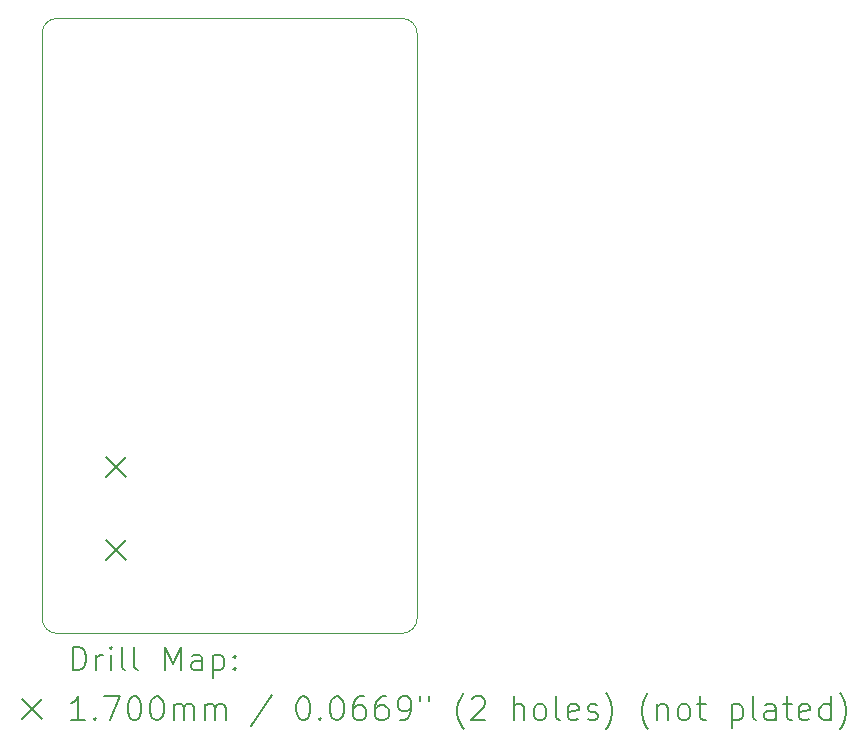
<source format=gbr>
%TF.GenerationSoftware,KiCad,Pcbnew,8.0.4*%
%TF.CreationDate,2025-05-02T23:49:37+05:30*%
%TF.ProjectId,Si4732Board,53693437-3332-4426-9f61-72642e6b6963,rev?*%
%TF.SameCoordinates,Original*%
%TF.FileFunction,Drillmap*%
%TF.FilePolarity,Positive*%
%FSLAX45Y45*%
G04 Gerber Fmt 4.5, Leading zero omitted, Abs format (unit mm)*
G04 Created by KiCad (PCBNEW 8.0.4) date 2025-05-02 23:49:37*
%MOMM*%
%LPD*%
G01*
G04 APERTURE LIST*
%ADD10C,0.050000*%
%ADD11C,0.200000*%
%ADD12C,0.170000*%
G04 APERTURE END LIST*
D10*
X15460500Y-7158500D02*
X15460500Y-12111500D01*
X12285500Y-7158500D02*
G75*
G02*
X12412500Y-7031500I127000J0D01*
G01*
X12412500Y-12238500D02*
X15333500Y-12238500D01*
X15333500Y-7031500D02*
X12412500Y-7031500D01*
X12412500Y-12238500D02*
G75*
G02*
X12285500Y-12111500I0J127000D01*
G01*
X15333500Y-7031500D02*
G75*
G02*
X15460500Y-7158500I0J-127000D01*
G01*
X15460500Y-12111500D02*
G75*
G02*
X15333500Y-12238500I-127000J0D01*
G01*
X12285500Y-7158500D02*
X12285500Y-12111500D01*
D11*
D12*
X12825000Y-10745000D02*
X12995000Y-10915000D01*
X12995000Y-10745000D02*
X12825000Y-10915000D01*
X12825000Y-11445000D02*
X12995000Y-11615000D01*
X12995000Y-11445000D02*
X12825000Y-11615000D01*
D11*
X12543777Y-12552484D02*
X12543777Y-12352484D01*
X12543777Y-12352484D02*
X12591396Y-12352484D01*
X12591396Y-12352484D02*
X12619967Y-12362008D01*
X12619967Y-12362008D02*
X12639015Y-12381055D01*
X12639015Y-12381055D02*
X12648539Y-12400103D01*
X12648539Y-12400103D02*
X12658062Y-12438198D01*
X12658062Y-12438198D02*
X12658062Y-12466769D01*
X12658062Y-12466769D02*
X12648539Y-12504865D01*
X12648539Y-12504865D02*
X12639015Y-12523912D01*
X12639015Y-12523912D02*
X12619967Y-12542960D01*
X12619967Y-12542960D02*
X12591396Y-12552484D01*
X12591396Y-12552484D02*
X12543777Y-12552484D01*
X12743777Y-12552484D02*
X12743777Y-12419150D01*
X12743777Y-12457246D02*
X12753301Y-12438198D01*
X12753301Y-12438198D02*
X12762824Y-12428674D01*
X12762824Y-12428674D02*
X12781872Y-12419150D01*
X12781872Y-12419150D02*
X12800920Y-12419150D01*
X12867586Y-12552484D02*
X12867586Y-12419150D01*
X12867586Y-12352484D02*
X12858062Y-12362008D01*
X12858062Y-12362008D02*
X12867586Y-12371531D01*
X12867586Y-12371531D02*
X12877110Y-12362008D01*
X12877110Y-12362008D02*
X12867586Y-12352484D01*
X12867586Y-12352484D02*
X12867586Y-12371531D01*
X12991396Y-12552484D02*
X12972348Y-12542960D01*
X12972348Y-12542960D02*
X12962824Y-12523912D01*
X12962824Y-12523912D02*
X12962824Y-12352484D01*
X13096158Y-12552484D02*
X13077110Y-12542960D01*
X13077110Y-12542960D02*
X13067586Y-12523912D01*
X13067586Y-12523912D02*
X13067586Y-12352484D01*
X13324729Y-12552484D02*
X13324729Y-12352484D01*
X13324729Y-12352484D02*
X13391396Y-12495341D01*
X13391396Y-12495341D02*
X13458062Y-12352484D01*
X13458062Y-12352484D02*
X13458062Y-12552484D01*
X13639015Y-12552484D02*
X13639015Y-12447722D01*
X13639015Y-12447722D02*
X13629491Y-12428674D01*
X13629491Y-12428674D02*
X13610443Y-12419150D01*
X13610443Y-12419150D02*
X13572348Y-12419150D01*
X13572348Y-12419150D02*
X13553301Y-12428674D01*
X13639015Y-12542960D02*
X13619967Y-12552484D01*
X13619967Y-12552484D02*
X13572348Y-12552484D01*
X13572348Y-12552484D02*
X13553301Y-12542960D01*
X13553301Y-12542960D02*
X13543777Y-12523912D01*
X13543777Y-12523912D02*
X13543777Y-12504865D01*
X13543777Y-12504865D02*
X13553301Y-12485817D01*
X13553301Y-12485817D02*
X13572348Y-12476293D01*
X13572348Y-12476293D02*
X13619967Y-12476293D01*
X13619967Y-12476293D02*
X13639015Y-12466769D01*
X13734253Y-12419150D02*
X13734253Y-12619150D01*
X13734253Y-12428674D02*
X13753301Y-12419150D01*
X13753301Y-12419150D02*
X13791396Y-12419150D01*
X13791396Y-12419150D02*
X13810443Y-12428674D01*
X13810443Y-12428674D02*
X13819967Y-12438198D01*
X13819967Y-12438198D02*
X13829491Y-12457246D01*
X13829491Y-12457246D02*
X13829491Y-12514388D01*
X13829491Y-12514388D02*
X13819967Y-12533436D01*
X13819967Y-12533436D02*
X13810443Y-12542960D01*
X13810443Y-12542960D02*
X13791396Y-12552484D01*
X13791396Y-12552484D02*
X13753301Y-12552484D01*
X13753301Y-12552484D02*
X13734253Y-12542960D01*
X13915205Y-12533436D02*
X13924729Y-12542960D01*
X13924729Y-12542960D02*
X13915205Y-12552484D01*
X13915205Y-12552484D02*
X13905682Y-12542960D01*
X13905682Y-12542960D02*
X13915205Y-12533436D01*
X13915205Y-12533436D02*
X13915205Y-12552484D01*
X13915205Y-12428674D02*
X13924729Y-12438198D01*
X13924729Y-12438198D02*
X13915205Y-12447722D01*
X13915205Y-12447722D02*
X13905682Y-12438198D01*
X13905682Y-12438198D02*
X13915205Y-12428674D01*
X13915205Y-12428674D02*
X13915205Y-12447722D01*
D12*
X12113000Y-12796000D02*
X12283000Y-12966000D01*
X12283000Y-12796000D02*
X12113000Y-12966000D01*
D11*
X12648539Y-12972484D02*
X12534253Y-12972484D01*
X12591396Y-12972484D02*
X12591396Y-12772484D01*
X12591396Y-12772484D02*
X12572348Y-12801055D01*
X12572348Y-12801055D02*
X12553301Y-12820103D01*
X12553301Y-12820103D02*
X12534253Y-12829627D01*
X12734253Y-12953436D02*
X12743777Y-12962960D01*
X12743777Y-12962960D02*
X12734253Y-12972484D01*
X12734253Y-12972484D02*
X12724729Y-12962960D01*
X12724729Y-12962960D02*
X12734253Y-12953436D01*
X12734253Y-12953436D02*
X12734253Y-12972484D01*
X12810443Y-12772484D02*
X12943777Y-12772484D01*
X12943777Y-12772484D02*
X12858062Y-12972484D01*
X13058062Y-12772484D02*
X13077110Y-12772484D01*
X13077110Y-12772484D02*
X13096158Y-12782008D01*
X13096158Y-12782008D02*
X13105682Y-12791531D01*
X13105682Y-12791531D02*
X13115205Y-12810579D01*
X13115205Y-12810579D02*
X13124729Y-12848674D01*
X13124729Y-12848674D02*
X13124729Y-12896293D01*
X13124729Y-12896293D02*
X13115205Y-12934388D01*
X13115205Y-12934388D02*
X13105682Y-12953436D01*
X13105682Y-12953436D02*
X13096158Y-12962960D01*
X13096158Y-12962960D02*
X13077110Y-12972484D01*
X13077110Y-12972484D02*
X13058062Y-12972484D01*
X13058062Y-12972484D02*
X13039015Y-12962960D01*
X13039015Y-12962960D02*
X13029491Y-12953436D01*
X13029491Y-12953436D02*
X13019967Y-12934388D01*
X13019967Y-12934388D02*
X13010443Y-12896293D01*
X13010443Y-12896293D02*
X13010443Y-12848674D01*
X13010443Y-12848674D02*
X13019967Y-12810579D01*
X13019967Y-12810579D02*
X13029491Y-12791531D01*
X13029491Y-12791531D02*
X13039015Y-12782008D01*
X13039015Y-12782008D02*
X13058062Y-12772484D01*
X13248539Y-12772484D02*
X13267586Y-12772484D01*
X13267586Y-12772484D02*
X13286634Y-12782008D01*
X13286634Y-12782008D02*
X13296158Y-12791531D01*
X13296158Y-12791531D02*
X13305682Y-12810579D01*
X13305682Y-12810579D02*
X13315205Y-12848674D01*
X13315205Y-12848674D02*
X13315205Y-12896293D01*
X13315205Y-12896293D02*
X13305682Y-12934388D01*
X13305682Y-12934388D02*
X13296158Y-12953436D01*
X13296158Y-12953436D02*
X13286634Y-12962960D01*
X13286634Y-12962960D02*
X13267586Y-12972484D01*
X13267586Y-12972484D02*
X13248539Y-12972484D01*
X13248539Y-12972484D02*
X13229491Y-12962960D01*
X13229491Y-12962960D02*
X13219967Y-12953436D01*
X13219967Y-12953436D02*
X13210443Y-12934388D01*
X13210443Y-12934388D02*
X13200920Y-12896293D01*
X13200920Y-12896293D02*
X13200920Y-12848674D01*
X13200920Y-12848674D02*
X13210443Y-12810579D01*
X13210443Y-12810579D02*
X13219967Y-12791531D01*
X13219967Y-12791531D02*
X13229491Y-12782008D01*
X13229491Y-12782008D02*
X13248539Y-12772484D01*
X13400920Y-12972484D02*
X13400920Y-12839150D01*
X13400920Y-12858198D02*
X13410443Y-12848674D01*
X13410443Y-12848674D02*
X13429491Y-12839150D01*
X13429491Y-12839150D02*
X13458063Y-12839150D01*
X13458063Y-12839150D02*
X13477110Y-12848674D01*
X13477110Y-12848674D02*
X13486634Y-12867722D01*
X13486634Y-12867722D02*
X13486634Y-12972484D01*
X13486634Y-12867722D02*
X13496158Y-12848674D01*
X13496158Y-12848674D02*
X13515205Y-12839150D01*
X13515205Y-12839150D02*
X13543777Y-12839150D01*
X13543777Y-12839150D02*
X13562824Y-12848674D01*
X13562824Y-12848674D02*
X13572348Y-12867722D01*
X13572348Y-12867722D02*
X13572348Y-12972484D01*
X13667586Y-12972484D02*
X13667586Y-12839150D01*
X13667586Y-12858198D02*
X13677110Y-12848674D01*
X13677110Y-12848674D02*
X13696158Y-12839150D01*
X13696158Y-12839150D02*
X13724729Y-12839150D01*
X13724729Y-12839150D02*
X13743777Y-12848674D01*
X13743777Y-12848674D02*
X13753301Y-12867722D01*
X13753301Y-12867722D02*
X13753301Y-12972484D01*
X13753301Y-12867722D02*
X13762824Y-12848674D01*
X13762824Y-12848674D02*
X13781872Y-12839150D01*
X13781872Y-12839150D02*
X13810443Y-12839150D01*
X13810443Y-12839150D02*
X13829491Y-12848674D01*
X13829491Y-12848674D02*
X13839015Y-12867722D01*
X13839015Y-12867722D02*
X13839015Y-12972484D01*
X14229491Y-12762960D02*
X14058063Y-13020103D01*
X14486634Y-12772484D02*
X14505682Y-12772484D01*
X14505682Y-12772484D02*
X14524729Y-12782008D01*
X14524729Y-12782008D02*
X14534253Y-12791531D01*
X14534253Y-12791531D02*
X14543777Y-12810579D01*
X14543777Y-12810579D02*
X14553301Y-12848674D01*
X14553301Y-12848674D02*
X14553301Y-12896293D01*
X14553301Y-12896293D02*
X14543777Y-12934388D01*
X14543777Y-12934388D02*
X14534253Y-12953436D01*
X14534253Y-12953436D02*
X14524729Y-12962960D01*
X14524729Y-12962960D02*
X14505682Y-12972484D01*
X14505682Y-12972484D02*
X14486634Y-12972484D01*
X14486634Y-12972484D02*
X14467586Y-12962960D01*
X14467586Y-12962960D02*
X14458063Y-12953436D01*
X14458063Y-12953436D02*
X14448539Y-12934388D01*
X14448539Y-12934388D02*
X14439015Y-12896293D01*
X14439015Y-12896293D02*
X14439015Y-12848674D01*
X14439015Y-12848674D02*
X14448539Y-12810579D01*
X14448539Y-12810579D02*
X14458063Y-12791531D01*
X14458063Y-12791531D02*
X14467586Y-12782008D01*
X14467586Y-12782008D02*
X14486634Y-12772484D01*
X14639015Y-12953436D02*
X14648539Y-12962960D01*
X14648539Y-12962960D02*
X14639015Y-12972484D01*
X14639015Y-12972484D02*
X14629491Y-12962960D01*
X14629491Y-12962960D02*
X14639015Y-12953436D01*
X14639015Y-12953436D02*
X14639015Y-12972484D01*
X14772348Y-12772484D02*
X14791396Y-12772484D01*
X14791396Y-12772484D02*
X14810444Y-12782008D01*
X14810444Y-12782008D02*
X14819967Y-12791531D01*
X14819967Y-12791531D02*
X14829491Y-12810579D01*
X14829491Y-12810579D02*
X14839015Y-12848674D01*
X14839015Y-12848674D02*
X14839015Y-12896293D01*
X14839015Y-12896293D02*
X14829491Y-12934388D01*
X14829491Y-12934388D02*
X14819967Y-12953436D01*
X14819967Y-12953436D02*
X14810444Y-12962960D01*
X14810444Y-12962960D02*
X14791396Y-12972484D01*
X14791396Y-12972484D02*
X14772348Y-12972484D01*
X14772348Y-12972484D02*
X14753301Y-12962960D01*
X14753301Y-12962960D02*
X14743777Y-12953436D01*
X14743777Y-12953436D02*
X14734253Y-12934388D01*
X14734253Y-12934388D02*
X14724729Y-12896293D01*
X14724729Y-12896293D02*
X14724729Y-12848674D01*
X14724729Y-12848674D02*
X14734253Y-12810579D01*
X14734253Y-12810579D02*
X14743777Y-12791531D01*
X14743777Y-12791531D02*
X14753301Y-12782008D01*
X14753301Y-12782008D02*
X14772348Y-12772484D01*
X15010444Y-12772484D02*
X14972348Y-12772484D01*
X14972348Y-12772484D02*
X14953301Y-12782008D01*
X14953301Y-12782008D02*
X14943777Y-12791531D01*
X14943777Y-12791531D02*
X14924729Y-12820103D01*
X14924729Y-12820103D02*
X14915206Y-12858198D01*
X14915206Y-12858198D02*
X14915206Y-12934388D01*
X14915206Y-12934388D02*
X14924729Y-12953436D01*
X14924729Y-12953436D02*
X14934253Y-12962960D01*
X14934253Y-12962960D02*
X14953301Y-12972484D01*
X14953301Y-12972484D02*
X14991396Y-12972484D01*
X14991396Y-12972484D02*
X15010444Y-12962960D01*
X15010444Y-12962960D02*
X15019967Y-12953436D01*
X15019967Y-12953436D02*
X15029491Y-12934388D01*
X15029491Y-12934388D02*
X15029491Y-12886769D01*
X15029491Y-12886769D02*
X15019967Y-12867722D01*
X15019967Y-12867722D02*
X15010444Y-12858198D01*
X15010444Y-12858198D02*
X14991396Y-12848674D01*
X14991396Y-12848674D02*
X14953301Y-12848674D01*
X14953301Y-12848674D02*
X14934253Y-12858198D01*
X14934253Y-12858198D02*
X14924729Y-12867722D01*
X14924729Y-12867722D02*
X14915206Y-12886769D01*
X15200920Y-12772484D02*
X15162825Y-12772484D01*
X15162825Y-12772484D02*
X15143777Y-12782008D01*
X15143777Y-12782008D02*
X15134253Y-12791531D01*
X15134253Y-12791531D02*
X15115206Y-12820103D01*
X15115206Y-12820103D02*
X15105682Y-12858198D01*
X15105682Y-12858198D02*
X15105682Y-12934388D01*
X15105682Y-12934388D02*
X15115206Y-12953436D01*
X15115206Y-12953436D02*
X15124729Y-12962960D01*
X15124729Y-12962960D02*
X15143777Y-12972484D01*
X15143777Y-12972484D02*
X15181872Y-12972484D01*
X15181872Y-12972484D02*
X15200920Y-12962960D01*
X15200920Y-12962960D02*
X15210444Y-12953436D01*
X15210444Y-12953436D02*
X15219967Y-12934388D01*
X15219967Y-12934388D02*
X15219967Y-12886769D01*
X15219967Y-12886769D02*
X15210444Y-12867722D01*
X15210444Y-12867722D02*
X15200920Y-12858198D01*
X15200920Y-12858198D02*
X15181872Y-12848674D01*
X15181872Y-12848674D02*
X15143777Y-12848674D01*
X15143777Y-12848674D02*
X15124729Y-12858198D01*
X15124729Y-12858198D02*
X15115206Y-12867722D01*
X15115206Y-12867722D02*
X15105682Y-12886769D01*
X15315206Y-12972484D02*
X15353301Y-12972484D01*
X15353301Y-12972484D02*
X15372348Y-12962960D01*
X15372348Y-12962960D02*
X15381872Y-12953436D01*
X15381872Y-12953436D02*
X15400920Y-12924865D01*
X15400920Y-12924865D02*
X15410444Y-12886769D01*
X15410444Y-12886769D02*
X15410444Y-12810579D01*
X15410444Y-12810579D02*
X15400920Y-12791531D01*
X15400920Y-12791531D02*
X15391396Y-12782008D01*
X15391396Y-12782008D02*
X15372348Y-12772484D01*
X15372348Y-12772484D02*
X15334253Y-12772484D01*
X15334253Y-12772484D02*
X15315206Y-12782008D01*
X15315206Y-12782008D02*
X15305682Y-12791531D01*
X15305682Y-12791531D02*
X15296158Y-12810579D01*
X15296158Y-12810579D02*
X15296158Y-12858198D01*
X15296158Y-12858198D02*
X15305682Y-12877246D01*
X15305682Y-12877246D02*
X15315206Y-12886769D01*
X15315206Y-12886769D02*
X15334253Y-12896293D01*
X15334253Y-12896293D02*
X15372348Y-12896293D01*
X15372348Y-12896293D02*
X15391396Y-12886769D01*
X15391396Y-12886769D02*
X15400920Y-12877246D01*
X15400920Y-12877246D02*
X15410444Y-12858198D01*
X15486634Y-12772484D02*
X15486634Y-12810579D01*
X15562825Y-12772484D02*
X15562825Y-12810579D01*
X15858063Y-13048674D02*
X15848539Y-13039150D01*
X15848539Y-13039150D02*
X15829491Y-13010579D01*
X15829491Y-13010579D02*
X15819968Y-12991531D01*
X15819968Y-12991531D02*
X15810444Y-12962960D01*
X15810444Y-12962960D02*
X15800920Y-12915341D01*
X15800920Y-12915341D02*
X15800920Y-12877246D01*
X15800920Y-12877246D02*
X15810444Y-12829627D01*
X15810444Y-12829627D02*
X15819968Y-12801055D01*
X15819968Y-12801055D02*
X15829491Y-12782008D01*
X15829491Y-12782008D02*
X15848539Y-12753436D01*
X15848539Y-12753436D02*
X15858063Y-12743912D01*
X15924729Y-12791531D02*
X15934253Y-12782008D01*
X15934253Y-12782008D02*
X15953301Y-12772484D01*
X15953301Y-12772484D02*
X16000920Y-12772484D01*
X16000920Y-12772484D02*
X16019968Y-12782008D01*
X16019968Y-12782008D02*
X16029491Y-12791531D01*
X16029491Y-12791531D02*
X16039015Y-12810579D01*
X16039015Y-12810579D02*
X16039015Y-12829627D01*
X16039015Y-12829627D02*
X16029491Y-12858198D01*
X16029491Y-12858198D02*
X15915206Y-12972484D01*
X15915206Y-12972484D02*
X16039015Y-12972484D01*
X16277110Y-12972484D02*
X16277110Y-12772484D01*
X16362825Y-12972484D02*
X16362825Y-12867722D01*
X16362825Y-12867722D02*
X16353301Y-12848674D01*
X16353301Y-12848674D02*
X16334253Y-12839150D01*
X16334253Y-12839150D02*
X16305682Y-12839150D01*
X16305682Y-12839150D02*
X16286634Y-12848674D01*
X16286634Y-12848674D02*
X16277110Y-12858198D01*
X16486634Y-12972484D02*
X16467587Y-12962960D01*
X16467587Y-12962960D02*
X16458063Y-12953436D01*
X16458063Y-12953436D02*
X16448539Y-12934388D01*
X16448539Y-12934388D02*
X16448539Y-12877246D01*
X16448539Y-12877246D02*
X16458063Y-12858198D01*
X16458063Y-12858198D02*
X16467587Y-12848674D01*
X16467587Y-12848674D02*
X16486634Y-12839150D01*
X16486634Y-12839150D02*
X16515206Y-12839150D01*
X16515206Y-12839150D02*
X16534253Y-12848674D01*
X16534253Y-12848674D02*
X16543777Y-12858198D01*
X16543777Y-12858198D02*
X16553301Y-12877246D01*
X16553301Y-12877246D02*
X16553301Y-12934388D01*
X16553301Y-12934388D02*
X16543777Y-12953436D01*
X16543777Y-12953436D02*
X16534253Y-12962960D01*
X16534253Y-12962960D02*
X16515206Y-12972484D01*
X16515206Y-12972484D02*
X16486634Y-12972484D01*
X16667587Y-12972484D02*
X16648539Y-12962960D01*
X16648539Y-12962960D02*
X16639015Y-12943912D01*
X16639015Y-12943912D02*
X16639015Y-12772484D01*
X16819968Y-12962960D02*
X16800920Y-12972484D01*
X16800920Y-12972484D02*
X16762825Y-12972484D01*
X16762825Y-12972484D02*
X16743777Y-12962960D01*
X16743777Y-12962960D02*
X16734253Y-12943912D01*
X16734253Y-12943912D02*
X16734253Y-12867722D01*
X16734253Y-12867722D02*
X16743777Y-12848674D01*
X16743777Y-12848674D02*
X16762825Y-12839150D01*
X16762825Y-12839150D02*
X16800920Y-12839150D01*
X16800920Y-12839150D02*
X16819968Y-12848674D01*
X16819968Y-12848674D02*
X16829492Y-12867722D01*
X16829492Y-12867722D02*
X16829492Y-12886769D01*
X16829492Y-12886769D02*
X16734253Y-12905817D01*
X16905682Y-12962960D02*
X16924730Y-12972484D01*
X16924730Y-12972484D02*
X16962825Y-12972484D01*
X16962825Y-12972484D02*
X16981873Y-12962960D01*
X16981873Y-12962960D02*
X16991396Y-12943912D01*
X16991396Y-12943912D02*
X16991396Y-12934388D01*
X16991396Y-12934388D02*
X16981873Y-12915341D01*
X16981873Y-12915341D02*
X16962825Y-12905817D01*
X16962825Y-12905817D02*
X16934253Y-12905817D01*
X16934253Y-12905817D02*
X16915206Y-12896293D01*
X16915206Y-12896293D02*
X16905682Y-12877246D01*
X16905682Y-12877246D02*
X16905682Y-12867722D01*
X16905682Y-12867722D02*
X16915206Y-12848674D01*
X16915206Y-12848674D02*
X16934253Y-12839150D01*
X16934253Y-12839150D02*
X16962825Y-12839150D01*
X16962825Y-12839150D02*
X16981873Y-12848674D01*
X17058063Y-13048674D02*
X17067587Y-13039150D01*
X17067587Y-13039150D02*
X17086634Y-13010579D01*
X17086634Y-13010579D02*
X17096158Y-12991531D01*
X17096158Y-12991531D02*
X17105682Y-12962960D01*
X17105682Y-12962960D02*
X17115206Y-12915341D01*
X17115206Y-12915341D02*
X17115206Y-12877246D01*
X17115206Y-12877246D02*
X17105682Y-12829627D01*
X17105682Y-12829627D02*
X17096158Y-12801055D01*
X17096158Y-12801055D02*
X17086634Y-12782008D01*
X17086634Y-12782008D02*
X17067587Y-12753436D01*
X17067587Y-12753436D02*
X17058063Y-12743912D01*
X17419968Y-13048674D02*
X17410444Y-13039150D01*
X17410444Y-13039150D02*
X17391396Y-13010579D01*
X17391396Y-13010579D02*
X17381873Y-12991531D01*
X17381873Y-12991531D02*
X17372349Y-12962960D01*
X17372349Y-12962960D02*
X17362825Y-12915341D01*
X17362825Y-12915341D02*
X17362825Y-12877246D01*
X17362825Y-12877246D02*
X17372349Y-12829627D01*
X17372349Y-12829627D02*
X17381873Y-12801055D01*
X17381873Y-12801055D02*
X17391396Y-12782008D01*
X17391396Y-12782008D02*
X17410444Y-12753436D01*
X17410444Y-12753436D02*
X17419968Y-12743912D01*
X17496158Y-12839150D02*
X17496158Y-12972484D01*
X17496158Y-12858198D02*
X17505682Y-12848674D01*
X17505682Y-12848674D02*
X17524730Y-12839150D01*
X17524730Y-12839150D02*
X17553301Y-12839150D01*
X17553301Y-12839150D02*
X17572349Y-12848674D01*
X17572349Y-12848674D02*
X17581873Y-12867722D01*
X17581873Y-12867722D02*
X17581873Y-12972484D01*
X17705682Y-12972484D02*
X17686634Y-12962960D01*
X17686634Y-12962960D02*
X17677111Y-12953436D01*
X17677111Y-12953436D02*
X17667587Y-12934388D01*
X17667587Y-12934388D02*
X17667587Y-12877246D01*
X17667587Y-12877246D02*
X17677111Y-12858198D01*
X17677111Y-12858198D02*
X17686634Y-12848674D01*
X17686634Y-12848674D02*
X17705682Y-12839150D01*
X17705682Y-12839150D02*
X17734254Y-12839150D01*
X17734254Y-12839150D02*
X17753301Y-12848674D01*
X17753301Y-12848674D02*
X17762825Y-12858198D01*
X17762825Y-12858198D02*
X17772349Y-12877246D01*
X17772349Y-12877246D02*
X17772349Y-12934388D01*
X17772349Y-12934388D02*
X17762825Y-12953436D01*
X17762825Y-12953436D02*
X17753301Y-12962960D01*
X17753301Y-12962960D02*
X17734254Y-12972484D01*
X17734254Y-12972484D02*
X17705682Y-12972484D01*
X17829492Y-12839150D02*
X17905682Y-12839150D01*
X17858063Y-12772484D02*
X17858063Y-12943912D01*
X17858063Y-12943912D02*
X17867587Y-12962960D01*
X17867587Y-12962960D02*
X17886634Y-12972484D01*
X17886634Y-12972484D02*
X17905682Y-12972484D01*
X18124730Y-12839150D02*
X18124730Y-13039150D01*
X18124730Y-12848674D02*
X18143777Y-12839150D01*
X18143777Y-12839150D02*
X18181873Y-12839150D01*
X18181873Y-12839150D02*
X18200920Y-12848674D01*
X18200920Y-12848674D02*
X18210444Y-12858198D01*
X18210444Y-12858198D02*
X18219968Y-12877246D01*
X18219968Y-12877246D02*
X18219968Y-12934388D01*
X18219968Y-12934388D02*
X18210444Y-12953436D01*
X18210444Y-12953436D02*
X18200920Y-12962960D01*
X18200920Y-12962960D02*
X18181873Y-12972484D01*
X18181873Y-12972484D02*
X18143777Y-12972484D01*
X18143777Y-12972484D02*
X18124730Y-12962960D01*
X18334254Y-12972484D02*
X18315206Y-12962960D01*
X18315206Y-12962960D02*
X18305682Y-12943912D01*
X18305682Y-12943912D02*
X18305682Y-12772484D01*
X18496158Y-12972484D02*
X18496158Y-12867722D01*
X18496158Y-12867722D02*
X18486635Y-12848674D01*
X18486635Y-12848674D02*
X18467587Y-12839150D01*
X18467587Y-12839150D02*
X18429492Y-12839150D01*
X18429492Y-12839150D02*
X18410444Y-12848674D01*
X18496158Y-12962960D02*
X18477111Y-12972484D01*
X18477111Y-12972484D02*
X18429492Y-12972484D01*
X18429492Y-12972484D02*
X18410444Y-12962960D01*
X18410444Y-12962960D02*
X18400920Y-12943912D01*
X18400920Y-12943912D02*
X18400920Y-12924865D01*
X18400920Y-12924865D02*
X18410444Y-12905817D01*
X18410444Y-12905817D02*
X18429492Y-12896293D01*
X18429492Y-12896293D02*
X18477111Y-12896293D01*
X18477111Y-12896293D02*
X18496158Y-12886769D01*
X18562825Y-12839150D02*
X18639015Y-12839150D01*
X18591396Y-12772484D02*
X18591396Y-12943912D01*
X18591396Y-12943912D02*
X18600920Y-12962960D01*
X18600920Y-12962960D02*
X18619968Y-12972484D01*
X18619968Y-12972484D02*
X18639015Y-12972484D01*
X18781873Y-12962960D02*
X18762825Y-12972484D01*
X18762825Y-12972484D02*
X18724730Y-12972484D01*
X18724730Y-12972484D02*
X18705682Y-12962960D01*
X18705682Y-12962960D02*
X18696158Y-12943912D01*
X18696158Y-12943912D02*
X18696158Y-12867722D01*
X18696158Y-12867722D02*
X18705682Y-12848674D01*
X18705682Y-12848674D02*
X18724730Y-12839150D01*
X18724730Y-12839150D02*
X18762825Y-12839150D01*
X18762825Y-12839150D02*
X18781873Y-12848674D01*
X18781873Y-12848674D02*
X18791396Y-12867722D01*
X18791396Y-12867722D02*
X18791396Y-12886769D01*
X18791396Y-12886769D02*
X18696158Y-12905817D01*
X18962825Y-12972484D02*
X18962825Y-12772484D01*
X18962825Y-12962960D02*
X18943777Y-12972484D01*
X18943777Y-12972484D02*
X18905682Y-12972484D01*
X18905682Y-12972484D02*
X18886635Y-12962960D01*
X18886635Y-12962960D02*
X18877111Y-12953436D01*
X18877111Y-12953436D02*
X18867587Y-12934388D01*
X18867587Y-12934388D02*
X18867587Y-12877246D01*
X18867587Y-12877246D02*
X18877111Y-12858198D01*
X18877111Y-12858198D02*
X18886635Y-12848674D01*
X18886635Y-12848674D02*
X18905682Y-12839150D01*
X18905682Y-12839150D02*
X18943777Y-12839150D01*
X18943777Y-12839150D02*
X18962825Y-12848674D01*
X19039016Y-13048674D02*
X19048539Y-13039150D01*
X19048539Y-13039150D02*
X19067587Y-13010579D01*
X19067587Y-13010579D02*
X19077111Y-12991531D01*
X19077111Y-12991531D02*
X19086635Y-12962960D01*
X19086635Y-12962960D02*
X19096158Y-12915341D01*
X19096158Y-12915341D02*
X19096158Y-12877246D01*
X19096158Y-12877246D02*
X19086635Y-12829627D01*
X19086635Y-12829627D02*
X19077111Y-12801055D01*
X19077111Y-12801055D02*
X19067587Y-12782008D01*
X19067587Y-12782008D02*
X19048539Y-12753436D01*
X19048539Y-12753436D02*
X19039016Y-12743912D01*
M02*

</source>
